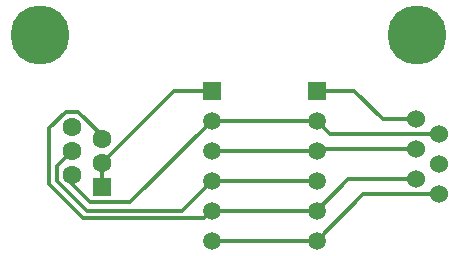
<source format=gtl>
G04 Layer: TopLayer*
G04 EasyEDA v6.4.31, 2022-02-08 20:51:16*
G04 aca76a114d3d40dd8edb9042e3354b56,7b35ab87edb5478c89a92b32cd25319b,10*
G04 Gerber Generator version 0.2*
G04 Scale: 100 percent, Rotated: No, Reflected: No *
G04 Dimensions in millimeters *
G04 leading zeros omitted , absolute positions ,4 integer and 5 decimal *
%FSLAX45Y45*%
%MOMM*%

%ADD11C,0.3000*%
%ADD12C,5.0000*%
%ADD13C,1.6000*%
%ADD14R,1.6000X1.6000*%
%ADD16C,1.5200*%
%ADD17C,1.5240*%

%LPD*%
D11*
X4728789Y4216384D02*
G01*
X4089369Y4216384D01*
X3695694Y3822710D01*
X2806694Y4330710D02*
G01*
X3695694Y4330710D01*
X2806694Y4584710D02*
G01*
X3695694Y4584710D01*
X4533793Y4597384D02*
G01*
X3708369Y4597384D01*
X3695694Y4584710D01*
X2806694Y4838710D02*
G01*
X3695694Y4838710D01*
X4728789Y4724384D02*
G01*
X3810020Y4724384D01*
X3695694Y4838710D01*
X3695694Y4076710D02*
G01*
X2806694Y4076710D01*
X4533793Y4343384D02*
G01*
X3962369Y4343384D01*
X3695694Y4076710D01*
X4533900Y4851400D02*
G01*
X4254500Y4851400D01*
X4013200Y5092700D01*
X3695700Y5092700D01*
X2806694Y5092710D02*
G01*
X2489398Y5092710D01*
X1879594Y4482906D01*
X1879594Y4686894D02*
G01*
X1879594Y4716231D01*
X1678706Y4917119D01*
X1572508Y4917119D01*
X1434104Y4778715D01*
X1434104Y4301576D01*
X1722241Y4013438D01*
X2743423Y4013438D01*
X2806694Y4076710D01*
X1625594Y4584887D02*
G01*
X1497375Y4456668D01*
X1497375Y4327814D01*
X1748480Y4076710D01*
X2552694Y4076710D01*
X2806694Y4330710D01*
X2806694Y4838710D02*
G01*
X2118659Y4150674D01*
X1779645Y4150674D01*
X1625594Y4304725D01*
X1625594Y4380900D01*
X1879594Y4482906D02*
G01*
X1879594Y4278894D01*
X2806694Y3822710D02*
G01*
X3695694Y3822710D01*
D12*
G01*
X1357960Y5564022D03*
G01*
X4545965Y5564022D03*
D13*
G01*
X1625600Y4584877D03*
G01*
X1879600Y4482896D03*
G01*
X1625600Y4380890D03*
D14*
G01*
X1879600Y4278884D03*
D13*
G01*
X1625600Y4788890D03*
G01*
X1879600Y4686884D03*
G36*
X3619703Y5168696D02*
G01*
X3771696Y5168696D01*
X3771696Y5016703D01*
X3619703Y5016703D01*
G37*
D16*
G01*
X3695700Y4838700D03*
G01*
X3695700Y4584700D03*
G01*
X3695700Y4330700D03*
G01*
X3695700Y4076700D03*
G01*
X3695700Y3822700D03*
G36*
X2730703Y5168696D02*
G01*
X2882696Y5168696D01*
X2882696Y5016703D01*
X2730703Y5016703D01*
G37*
G01*
X2806700Y4838700D03*
G01*
X2806700Y4584700D03*
G01*
X2806700Y4330700D03*
G01*
X2806700Y4076700D03*
G01*
X2806700Y3822700D03*
D17*
G01*
X4728794Y4470374D03*
G01*
X4728794Y4216374D03*
G01*
X4533798Y4343374D03*
G01*
X4533798Y4597374D03*
G01*
X4728794Y4724374D03*
G01*
X4533798Y4851374D03*
M02*

</source>
